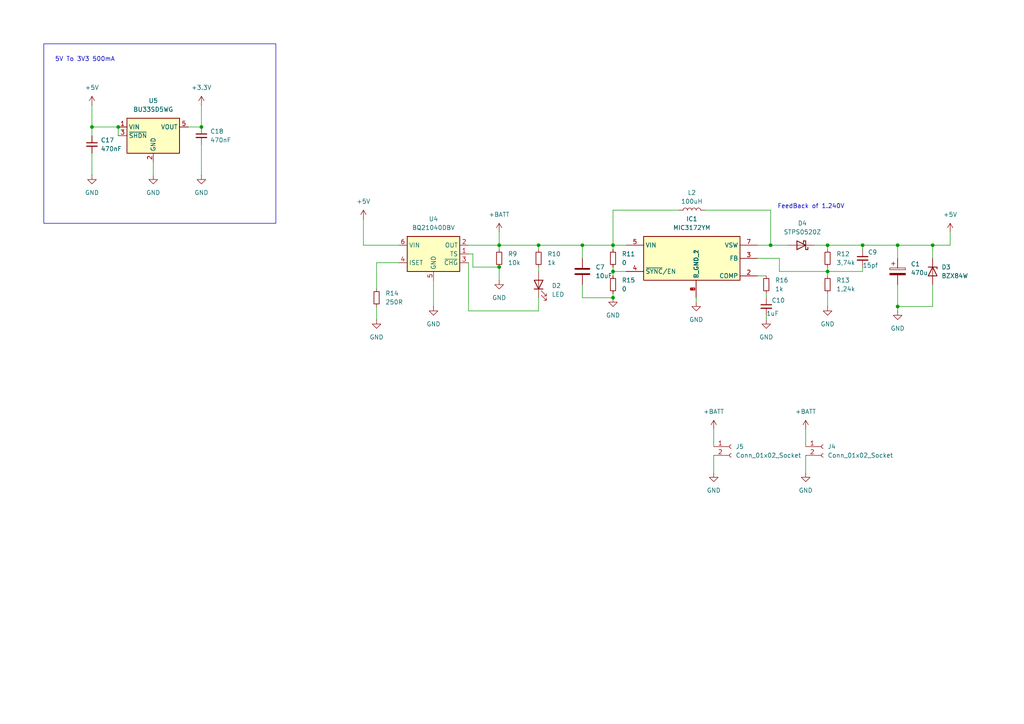
<source format=kicad_sch>
(kicad_sch (version 20250114) (generator "eeschema") (generator_version "9.0")
  (paper "A4")
  (lib_symbols
    (symbol "Battery_Management:BQ21040DBV"
      (property "Reference" "U" (at -7.62 6.35 0))
      (property "Value" "BQ21040DBV" (at 1.27 6.35 0))
      (symbol "BQ21040DBV_0_1"
        (rectangle (start -7.62 5.08) (end 7.62 -5.08) (stroke (width 0.254)) (fill (type background)))
      )
      (symbol "BQ21040DBV_1_1"
        (pin power_in line (at -10.16 2.54 0) (length 2.54) (name "VIN") (number "6"))
        (pin input line (at -10.16 -2.54 0) (length 2.54) (name "ISET") (number "4"))
        (pin power_in line (at 0 -7.62 90) (length 2.54) (name "GND") (number "5"))
        (pin power_out line (at 10.16 2.54 180) (length 2.54) (name "OUT") (number "2"))
        (pin input line (at 10.16 0 180) (length 2.54) (name "TS") (number "1"))
        (pin open_collector line (at 10.16 -2.54 180) (length 2.54) (name "~{CHG}") (number "3"))
      )
    )
    (symbol "Connector:Conn_01x02_Socket" (pin_names (offset 1.016) (hide yes))
      (property "Reference" "J" (at 0 2.54 0))
      (property "Value" "Conn_01x02_Socket" (at 0 -5.08 0))
      (symbol "Conn_01x02_Socket_1_1"
        (polyline (pts (xy -1.27 0) (xy -0.508 0)) (stroke (width 0.1524)))
        (polyline (pts (xy -1.27 -2.54) (xy -0.508 -2.54)) (stroke (width 0.1524)))
        (arc (start 0 -0.508) (mid -0.5058 0) (end 0 0.508) (stroke (width 0.1524)))
        (arc (start 0 -3.048) (mid -0.5058 -2.54) (end 0 -2.032) (stroke (width 0.1524)))
        (pin passive line (at -5.08 0 0) (length 3.81) (name "Pin_1") (number "1"))
        (pin passive line (at -5.08 -2.54 0) (length 3.81) (name "Pin_2") (number "2"))
      )
    )
    (symbol "Device:C" (pin_numbers (hide yes)) (pin_names (offset 0.254))
      (property "Reference" "C" (at 0.635 2.54 0))
      (property "Value" "C" (at 0.635 -2.54 0))
      (symbol "C_0_1"
        (polyline (pts (xy -2.032 0.762) (xy 2.032 0.762)) (stroke (width 0.508)))
        (polyline (pts (xy -2.032 -0.762) (xy 2.032 -0.762)) (stroke (width 0.508)))
      )
      (symbol "C_1_1"
        (pin passive line (at 0 3.81 270) (length 2.794) (name "~") (number "1"))
        (pin passive line (at 0 -3.81 90) (length 2.794) (name "~") (number "2"))
      )
    )
    (symbol "Device:C_Polarized" (pin_numbers (hide yes)) (pin_names (offset 0.254))
      (property "Reference" "C" (at 0.635 2.54 0))
      (property "Value" "C_Polarized" (at 0.635 -2.54 0))
      (symbol "C_Polarized_0_1"
        (rectangle (start -2.286 0.508) (end 2.286 1.016))
        (polyline (pts (xy -1.778 2.286) (xy -0.762 2.286)))
        (polyline (pts (xy -1.27 2.794) (xy -1.27 1.778)))
        (rectangle (start 2.286 -0.508) (end -2.286 -1.016) (fill (type outline)))
      )
      (symbol "C_Polarized_1_1"
        (pin passive line (at 0 3.81 270) (length 2.794) (name "~") (number "1"))
        (pin passive line (at 0 -3.81 90) (length 2.794) (name "~") (number "2"))
      )
    )
    (symbol "Device:C_Small" (pin_numbers (hide yes)) (pin_names (offset 0.254) (hide yes))
      (property "Reference" "C" (at 0.254 1.778 0))
      (property "Value" "C_Small" (at 0.254 -2.032 0))
      (symbol "C_Small_0_1"
        (polyline (pts (xy -1.524 0.508) (xy 1.524 0.508)) (stroke (width 0.3048)))
        (polyline (pts (xy -1.524 -0.508) (xy 1.524 -0.508)) (stroke (width 0.3302)))
      )
      (symbol "C_Small_1_1"
        (pin passive line (at 0 2.54 270) (length 2.032) (name "~") (number "1"))
        (pin passive line (at 0 -2.54 90) (length 2.032) (name "~") (number "2"))
      )
    )
    (symbol "Device:L" (pin_numbers (hide yes)) (pin_names (offset 1.016) (hide yes))
      (property "Reference" "L" (at -1.27 0 90))
      (property "Value" "L" (at 1.905 0 90))
      (symbol "L_0_1"
        (arc (start 0 2.54) (mid 0.6323 1.905) (end 0 1.27))
        (arc (start 0 1.27) (mid 0.6323 0.635) (end 0 0))
        (arc (start 0 0) (mid 0.6323 -0.635) (end 0 -1.27))
        (arc (start 0 -1.27) (mid 0.6323 -1.905) (end 0 -2.54))
      )
      (symbol "L_1_1"
        (pin passive line (at 0 3.81 270) (length 1.27) (name "1") (number "1"))
        (pin passive line (at 0 -3.81 90) (length 1.27) (name "2") (number "2"))
      )
    )
    (symbol "Device:LED" (pin_numbers (hide yes)) (pin_names (offset 1.016) (hide yes))
      (property "Reference" "D" (at 0 2.54 0))
      (property "Value" "LED" (at 0 -2.54 0))
      (symbol "LED_0_1"
        (polyline (pts (xy -3.048 -0.762) (xy -4.572 -2.286) (xy -3.81 -2.286) (xy -4.572 -2.286) (xy -4.572 -1.524)))
        (polyline (pts (xy -1.778 -0.762) (xy -3.302 -2.286) (xy -2.54 -2.286) (xy -3.302 -2.286) (xy -3.302 -1.524)))
        (polyline (pts (xy -1.27 0) (xy 1.27 0)))
        (polyline (pts (xy -1.27 -1.27) (xy -1.27 1.27)) (stroke (width 0.254)))
        (polyline (pts (xy 1.27 -1.27) (xy 1.27 1.27) (xy -1.27 0) (xy 1.27 -1.27)) (stroke (width 0.254)))
      )
      (symbol "LED_1_1"
        (pin passive line (at -3.81 0 0) (length 2.54) (name "K") (number "1"))
        (pin passive line (at 3.81 0 180) (length 2.54) (name "A") (number "2"))
      )
    )
    (symbol "Device:R_Small" (pin_numbers (hide yes)) (pin_names (offset 0.254) (hide yes))
      (property "Reference" "R" (at 0.762 0.508 0))
      (property "Value" "R_Small" (at 0.762 -1.016 0))
      (symbol "R_Small_0_1"
        (rectangle (start -0.762 1.778) (end 0.762 -1.778) (stroke (width 0.2032)))
      )
      (symbol "R_Small_1_1"
        (pin passive line (at 0 2.54 270) (length 0.762) (name "~") (number "1"))
        (pin passive line (at 0 -2.54 90) (length 0.762) (name "~") (number "2"))
      )
    )
    (symbol "Diode:1N5822" (pin_numbers (hide yes)) (pin_names (offset 1.016) (hide yes))
      (property "Reference" "D" (at 0 2.54 0))
      (property "Value" "1N5822" (at 0 -2.54 0))
      (symbol "1N5822_0_1"
        (polyline (pts (xy -1.905 0.635) (xy -1.905 1.27) (xy -1.27 1.27) (xy -1.27 -1.27) (xy -0.635 -1.27) (xy -0.635 -0.635)) (stroke (width 0.254)))
        (polyline (pts (xy 1.27 1.27) (xy 1.27 -1.27) (xy -1.27 0) (xy 1.27 1.27)) (stroke (width 0.254)))
        (polyline (pts (xy 1.27 0) (xy -1.27 0)))
      )
      (symbol "1N5822_1_1"
        (pin passive line (at -3.81 0 0) (length 2.54) (name "K") (number "1"))
        (pin passive line (at 3.81 0 180) (length 2.54) (name "A") (number "2"))
      )
    )
    (symbol "Diode:BZX84Cxx" (pin_numbers (hide yes)) (pin_names (hide yes))
      (property "Reference" "D" (at 0 3.81 0))
      (property "Value" "BZX84Cxx" (at 0 -3.81 0))
      (symbol "BZX84Cxx_0_1"
        (polyline (pts (xy -1.27 -1.27) (xy -1.27 1.27) (xy -0.762 1.27)) (stroke (width 0.254)))
        (polyline (pts (xy 1.27 0) (xy -1.27 0)))
        (polyline (pts (xy 1.27 -1.27) (xy 1.27 1.27) (xy -1.27 0) (xy 1.27 -1.27)) (stroke (width 0.254)))
      )
      (symbol "BZX84Cxx_1_1"
        (pin passive line (at -3.81 0 0) (length 2.54) (name "K") (number "3"))
        (pin no_connect line (at 1.27 0 180) (length 2.54) (hide yes) (name "NC") (number "2"))
        (pin passive line (at 3.81 0 180) (length 2.54) (name "A") (number "1"))
      )
    )
    (symbol "MIC3172YM:MIC3172YM"
      (property "Reference" "IC1" (at 19.05 7.62 0))
      (property "Value" "MIC3172YM" (at 19.05 5.08 0))
      (symbol "MIC3172YM_1_1"
        (rectangle (start 5.08 2.54) (end 33.02 -10.16) (stroke (width 0.254)) (fill (type background)))
        (pin passive line (at 0 0 0) (length 5.08) (name "VIN") (number "5"))
        (pin passive line (at 0 -7.62 0) (length 5.08) (name "~{SYNC}/EN") (number "4"))
        (pin passive line (at 20.32 -15.24 90) (length 5.08) (name "S_GND") (number "1"))
        (pin passive line (at 20.32 -15.24 90) (length 5.08) (name "P_GND_2") (number "6"))
        (pin passive line (at 20.32 -15.24 90) (length 5.08) (name "P_GND_1") (number "8"))
        (pin passive line (at 38.1 0 180) (length 5.08) (name "VSW") (number "7"))
        (pin passive line (at 38.1 -3.81 180) (length 5.08) (name "FB") (number "3"))
        (pin passive line (at 38.1 -8.89 180) (length 5.08) (name "COMP") (number "2"))
      )
    )
    (symbol "Regulator_Linear:MCP1802x-xx02xOT"
      (property "Reference" "U" (at -6.35 6.35 0))
      (property "Value" "MCP1802x-xx02xOT" (at 0 6.35 0))
      (symbol "MCP1802x-xx02xOT_0_1"
        (rectangle (start -7.62 5.08) (end 7.62 -5.08) (stroke (width 0.254)) (fill (type background)))
      )
      (symbol "MCP1802x-xx02xOT_1_1"
        (pin power_in line (at -10.16 2.54 0) (length 2.54) (name "VIN") (number "1"))
        (pin input line (at -10.16 0 0) (length 2.54) (name "~{SHDN}") (number "3"))
        (pin power_in line (at 0 -7.62 90) (length 2.54) (name "GND") (number "2"))
        (pin no_connect line (at 7.62 0 180) (length 2.54) (hide yes) (name "NC") (number "4"))
        (pin power_out line (at 10.16 2.54 180) (length 2.54) (name "VOUT") (number "5"))
      )
    )
    (symbol "power:+3.3V" (power) (pin_numbers (hide yes)) (pin_names (offset 0) (hide yes))
      (property "Value" "+3.3V" (at 0 3.556 0))
      (symbol "+3.3V_0_1"
        (polyline (pts (xy -0.762 1.27) (xy 0 2.54)))
        (polyline (pts (xy 0 2.54) (xy 0.762 1.27)))
        (polyline (pts (xy 0 0) (xy 0 2.54)))
      )
      (symbol "+3.3V_1_1"
        (pin power_in line (at 0 0 90) (length 0) (name "~") (number "1"))
      )
    )
    (symbol "power:+5V" (power) (pin_numbers (hide yes)) (pin_names (offset 0) (hide yes))
      (property "Value" "+5V" (at 0 3.556 0))
      (symbol "+5V_0_1"
        (polyline (pts (xy -0.762 1.27) (xy 0 2.54)))
        (polyline (pts (xy 0 2.54) (xy 0.762 1.27)))
        (polyline (pts (xy 0 0) (xy 0 2.54)))
      )
      (symbol "+5V_1_1"
        (pin power_in line (at 0 0 90) (length 0) (name "~") (number "1"))
      )
    )
    (symbol "power:+BATT" (power) (pin_numbers (hide yes)) (pin_names (offset 0) (hide yes))
      (property "Value" "+BATT" (at 0 3.556 0))
      (symbol "+BATT_0_1"
        (polyline (pts (xy -0.762 1.27) (xy 0 2.54)))
        (polyline (pts (xy 0 2.54) (xy 0.762 1.27)))
        (polyline (pts (xy 0 0) (xy 0 2.54)))
      )
      (symbol "+BATT_1_1"
        (pin power_in line (at 0 0 90) (length 0) (name "~") (number "1"))
      )
    )
    (symbol "power:GND" (power) (pin_numbers (hide yes)) (pin_names (offset 0) (hide yes))
      (property "Value" "GND" (at 0 -3.81 0))
      (symbol "GND_0_1"
        (polyline (pts (xy 0 0) (xy 0 -1.27) (xy 1.27 -1.27) (xy 0 -2.54) (xy -1.27 -1.27) (xy 0 -1.27)))
      )
      (symbol "GND_1_1"
        (pin power_in line (at 0 0 270) (length 0) (name "~") (number "1"))
      )
    )
  )
  (rectangle (start 12.7 12.7) (end 80.01 64.77))
  (text "5V To 3V3 500mA\n" (at 24.638 17.272 0) (effects (font (size 1.27 1.27))))
  (text "FeedBack of 1.240V \n" (at 235.712 59.944 0) (effects (font (size 1.27 1.27))))
  (junction (at 240.03 71.12))
  (junction (at 34.29 36.83))
  (junction (at 177.8 86.36))
  (junction (at 260.35 88.9))
  (junction (at 177.8 71.12))
  (junction (at 177.8 78.74))
  (junction (at 223.52 71.12))
  (junction (at 260.35 71.12))
  (junction (at 270.51 71.12))
  (junction (at 156.21 71.12))
  (junction (at 250.19 71.12))
  (junction (at 144.78 71.12))
  (junction (at 168.91 71.12))
  (junction (at 144.78 77.47))
  (junction (at 26.67 36.83))
  (junction (at 240.03 78.74))
  (junction (at 58.42 36.83))
  (wire (pts (xy 26.67 36.83) (xy 26.67 39.37)))
  (wire (pts (xy 177.8 78.74) (xy 181.61 78.74)))
  (wire (pts (xy 177.8 85.09) (xy 177.8 86.36)))
  (wire (pts (xy 201.93 86.36) (xy 201.93 87.63)))
  (wire (pts (xy 26.67 30.48) (xy 26.67 36.83)))
  (wire (pts (xy 44.45 46.99) (xy 44.45 50.8)))
  (wire (pts (xy 223.52 60.96) (xy 223.52 71.12)))
  (wire (pts (xy 144.78 72.39) (xy 144.78 71.12)))
  (wire (pts (xy 26.67 36.83) (xy 34.29 36.83)))
  (wire (pts (xy 168.91 86.36) (xy 177.8 86.36)))
  (wire (pts (xy 137.16 73.66) (xy 137.16 77.47)))
  (wire (pts (xy 233.68 124.46) (xy 233.68 129.54)))
  (wire (pts (xy 226.06 78.74) (xy 240.03 78.74)))
  (wire (pts (xy 177.8 77.47) (xy 177.8 78.74)))
  (wire (pts (xy 144.78 71.12) (xy 156.21 71.12)))
  (wire (pts (xy 260.35 88.9) (xy 260.35 90.17)))
  (wire (pts (xy 109.22 76.2) (xy 115.57 76.2)))
  (wire (pts (xy 105.41 63.5) (xy 105.41 71.12)))
  (wire (pts (xy 58.42 41.91) (xy 58.42 50.8)))
  (wire (pts (xy 240.03 85.09) (xy 240.03 88.9)))
  (wire (pts (xy 105.41 71.12) (xy 115.57 71.12)))
  (wire (pts (xy 270.51 71.12) (xy 270.51 74.93)))
  (wire (pts (xy 135.89 73.66) (xy 137.16 73.66)))
  (wire (pts (xy 260.35 71.12) (xy 270.51 71.12)))
  (wire (pts (xy 125.73 81.28) (xy 125.73 88.9)))
  (wire (pts (xy 156.21 72.39) (xy 156.21 71.12)))
  (wire (pts (xy 156.21 77.47) (xy 156.21 78.74)))
  (wire (pts (xy 260.35 71.12) (xy 260.35 74.93)))
  (wire (pts (xy 233.68 132.08) (xy 233.68 137.16)))
  (wire (pts (xy 168.91 82.55) (xy 168.91 86.36)))
  (wire (pts (xy 250.19 78.74) (xy 250.19 77.47)))
  (wire (pts (xy 156.21 86.36) (xy 156.21 90.17)))
  (wire (pts (xy 275.59 67.31) (xy 275.59 71.12)))
  (wire (pts (xy 177.8 60.96) (xy 177.8 71.12)))
  (wire (pts (xy 219.71 71.12) (xy 223.52 71.12)))
  (wire (pts (xy 223.52 71.12) (xy 228.6 71.12)))
  (wire (pts (xy 109.22 76.2) (xy 109.22 83.82)))
  (wire (pts (xy 135.89 71.12) (xy 144.78 71.12)))
  (wire (pts (xy 250.19 71.12) (xy 260.35 71.12)))
  (wire (pts (xy 168.91 71.12) (xy 177.8 71.12)))
  (wire (pts (xy 219.71 74.93) (xy 226.06 74.93)))
  (wire (pts (xy 222.25 86.36) (xy 222.25 85.09)))
  (wire (pts (xy 156.21 71.12) (xy 168.91 71.12)))
  (wire (pts (xy 260.35 88.9) (xy 270.51 88.9)))
  (wire (pts (xy 144.78 67.31) (xy 144.78 71.12)))
  (wire (pts (xy 207.01 132.08) (xy 207.01 137.16)))
  (wire (pts (xy 219.71 80.01) (xy 222.25 80.01)))
  (wire (pts (xy 270.51 82.55) (xy 270.51 88.9)))
  (wire (pts (xy 204.47 60.96) (xy 223.52 60.96)))
  (wire (pts (xy 240.03 71.12) (xy 240.03 72.39)))
  (wire (pts (xy 137.16 77.47) (xy 144.78 77.47)))
  (wire (pts (xy 207.01 124.46) (xy 207.01 129.54)))
  (wire (pts (xy 236.22 71.12) (xy 240.03 71.12)))
  (wire (pts (xy 240.03 77.47) (xy 240.03 78.74)))
  (wire (pts (xy 34.29 36.83) (xy 34.29 39.37)))
  (wire (pts (xy 250.19 71.12) (xy 250.19 72.39)))
  (wire (pts (xy 177.8 71.12) (xy 177.8 72.39)))
  (wire (pts (xy 177.8 71.12) (xy 181.61 71.12)))
  (wire (pts (xy 260.35 82.55) (xy 260.35 88.9)))
  (wire (pts (xy 26.67 44.45) (xy 26.67 50.8)))
  (wire (pts (xy 270.51 71.12) (xy 275.59 71.12)))
  (wire (pts (xy 177.8 60.96) (xy 196.85 60.96)))
  (wire (pts (xy 222.25 91.44) (xy 222.25 92.71)))
  (wire (pts (xy 240.03 78.74) (xy 240.03 80.01)))
  (wire (pts (xy 240.03 71.12) (xy 250.19 71.12)))
  (wire (pts (xy 226.06 74.93) (xy 226.06 78.74)))
  (wire (pts (xy 58.42 30.48) (xy 58.42 36.83)))
  (wire (pts (xy 135.89 90.17) (xy 156.21 90.17)))
  (wire (pts (xy 109.22 88.9) (xy 109.22 92.71)))
  (wire (pts (xy 135.89 76.2) (xy 135.89 90.17)))
  (wire (pts (xy 177.8 78.74) (xy 177.8 80.01)))
  (wire (pts (xy 54.61 36.83) (xy 58.42 36.83)))
  (wire (pts (xy 168.91 71.12) (xy 168.91 74.93)))
  (wire (pts (xy 240.03 78.74) (xy 250.19 78.74)))
  (wire (pts (xy 144.78 77.47) (xy 144.78 81.28)))
  (symbol (lib_id "power:GND") (at 144.78 81.28 0) (unit 1)
    (property "Reference" "#PWR051" (effects (hide yes)))
    (property "Value" "GND" (at 144.78 86.36 0))
    (property "Description" "Power symbol creates a global label with name \"GND\" , ground" (effects (hide yes)))
  )
  (symbol (lib_id "power:+5V") (at 275.59 67.31 0) (unit 1)
    (property "Reference" "#PWR043" (effects (hide yes)))
    (property "Value" "+5V" (at 275.59 62.23 0))
    (property "Description" "Power symbol creates a global label with name \"+5V\"" (effects (hide yes)))
  )
  (symbol (lib_id "power:GND") (at 240.03 88.9 0) (unit 1)
    (property "Reference" "#PWR041" (effects (hide yes)))
    (property "Value" "GND" (at 240.03 93.98 0))
    (property "Description" "Power symbol creates a global label with name \"GND\" , ground" (effects (hide yes)))
  )
  (symbol (lib_id "Device:C_Small") (at 222.25 88.9 0) (unit 1)
    (property "Reference" "C10" (at 223.774 87.122 0) (effects (justify left)))
    (property "Value" "1uF" (at 222.25 90.932 0) (effects (justify left)))
    (property "Footprint" "Capacitor_SMD:C_0603_1608Metric" (effects (hide yes)))
    (property "Description" "Unpolarized capacitor, small symbol" (effects (hide yes)))
  )
  (symbol (lib_id "power:GND") (at 125.73 88.9 0) (unit 1)
    (property "Reference" "#PWR036" (effects (hide yes)))
    (property "Value" "GND" (at 125.73 93.98 0))
    (property "Description" "Power symbol creates a global label with name \"GND\" , ground" (effects (hide yes)))
  )
  (symbol (lib_id "Device:R_Small") (at 109.22 86.36 0) (unit 1)
    (property "Reference" "R14" (at 111.76 85.0899 0) (effects (justify left)))
    (property "Value" "250R" (at 111.76 87.6299 0) (effects (justify left)))
    (property "Footprint" "Resistor_SMD:R_0603_1608Metric" (effects (hide yes)))
    (property "Description" "Resistor, small symbol" (effects (hide yes)))
  )
  (symbol (lib_id "power:GND") (at 233.68 137.16 0) (unit 1)
    (property "Reference" "#PWR011" (effects (hide yes)))
    (property "Value" "GND" (at 233.68 142.24 0))
    (property "Description" "Power symbol creates a global label with name \"GND\" , ground" (effects (hide yes)))
  )
  (symbol (lib_id "power:+3.3V") (at 58.42 30.48 0) (unit 1)
    (property "Reference" "#PWR012" (effects (hide yes)))
    (property "Value" "+3.3V" (at 58.42 25.4 0))
    (property "Description" "Power symbol creates a global label with name \"+3.3V\"" (effects (hide yes)))
  )
  (symbol (lib_id "Device:C") (at 168.91 78.74 0) (unit 1)
    (property "Reference" "C7" (at 172.72 77.4699 0) (effects (justify left)))
    (property "Value" "10uF" (at 172.72 80.0099 0) (effects (justify left)))
    (property "Footprint" "Capacitor_SMD:C_0603_1608Metric" (effects (hide yes)))
    (property "Description" "Unpolarized capacitor" (effects (hide yes)))
  )
  (symbol (lib_id "power:GND") (at 177.8 86.36 0) (unit 1)
    (property "Reference" "#PWR046" (effects (hide yes)))
    (property "Value" "GND" (at 177.8 91.44 0))
    (property "Description" "Power symbol creates a global label with name \"GND\" , ground" (effects (hide yes)))
  )
  (symbol (lib_id "Device:LED") (at 156.21 82.55 90) (unit 1)
    (property "Reference" "D2" (at 160.02 82.8674 90) (effects (justify right)))
    (property "Value" "LED" (at 160.02 85.4074 90) (effects (justify right)))
    (property "Footprint" "LED_SMD:LED_0603_1608Metric" (effects (hide yes)))
    (property "Description" "Light emitting diode" (effects (hide yes)))
    (property "Sim.Pins" "1=K 2=A" (effects (hide yes)))
  )
  (symbol (lib_id "power:GND") (at 222.25 92.71 0) (unit 1)
    (property "Reference" "#PWR047" (effects (hide yes)))
    (property "Value" "GND" (at 222.25 97.79 0))
    (property "Description" "Power symbol creates a global label with name \"GND\" , ground" (effects (hide yes)))
  )
  (symbol (lib_id "power:GND") (at 201.93 87.63 0) (unit 1)
    (property "Reference" "#PWR037" (effects (hide yes)))
    (property "Value" "GND" (at 201.93 92.71 0))
    (property "Description" "Power symbol creates a global label with name \"GND\" , ground" (effects (hide yes)))
  )
  (symbol (lib_id "Device:R_Small") (at 222.25 82.55 0) (unit 1)
    (property "Reference" "R16" (at 224.79 81.2799 0) (effects (justify left)))
    (property "Value" "1k" (at 224.79 83.8199 0) (effects (justify left)))
    (property "Footprint" "Resistor_SMD:R_0603_1608Metric" (effects (hide yes)))
    (property "Description" "Resistor, small symbol" (effects (hide yes)))
  )
  (symbol (lib_id "power:+BATT") (at 233.68 124.46 0) (unit 1)
    (property "Reference" "#PWR044" (effects (hide yes)))
    (property "Value" "+BATT" (at 233.68 119.38 0))
    (property "Description" "Power symbol creates a global label with name \"+BATT\"" (effects (hide yes)))
  )
  (symbol (lib_id "power:GND") (at 207.01 137.16 0) (unit 1)
    (property "Reference" "#PWR010" (effects (hide yes)))
    (property "Value" "GND" (at 207.01 142.24 0))
    (property "Description" "Power symbol creates a global label with name \"GND\" , ground" (effects (hide yes)))
  )
  (symbol (lib_id "power:GND") (at 260.35 90.17 0) (unit 1)
    (property "Reference" "#PWR042" (effects (hide yes)))
    (property "Value" "GND" (at 260.35 95.25 0))
    (property "Description" "Power symbol creates a global label with name \"GND\" , ground" (effects (hide yes)))
  )
  (symbol (lib_id "Device:R_Small") (at 156.21 74.93 0) (unit 1)
    (property "Reference" "R10" (at 158.75 73.6599 0) (effects (justify left)))
    (property "Value" "1k" (at 158.75 76.1999 0) (effects (justify left)))
    (property "Footprint" "Resistor_SMD:R_0603_1608Metric" (effects (hide yes)))
    (property "Description" "Resistor, small symbol" (effects (hide yes)))
  )
  (symbol (lib_id "Device:C_Small") (at 58.42 39.37 0) (unit 1)
    (property "Reference" "C18" (at 60.96 38.1062 0) (effects (justify left)))
    (property "Value" "470nF" (at 60.96 40.6462 0) (effects (justify left)))
    (property "Footprint" "Capacitor_SMD:C_0603_1608Metric" (effects (hide yes)))
    (property "Description" "Unpolarized capacitor, small symbol" (effects (hide yes)))
  )
  (symbol (lib_id "Device:R_Small") (at 177.8 74.93 0) (unit 1)
    (property "Reference" "R11" (at 180.34 73.6599 0) (effects (justify left)))
    (property "Value" "0" (at 180.34 76.1999 0) (effects (justify left)))
    (property "Footprint" "Resistor_SMD:R_0603_1608Metric" (effects (hide yes)))
    (property "Description" "Resistor, small symbol" (effects (hide yes)))
  )
  (symbol (lib_id "Diode:BZX84Cxx") (at 270.51 78.74 270) (unit 1)
    (property "Reference" "D3" (at 273.05 77.4699 90) (effects (justify left)))
    (property "Value" "BZX84W" (at 273.05 80.0099 90) (effects (justify left)))
    (property "Footprint" "Package_TO_SOT_SMD:SOT-23" (effects (hide yes)))
    (property "Datasheet" "https://diotec.com/tl_files/diotec/files/pdf/datasheets/bzx84c2v4.pdf" (effects (hide yes)))
    (property "Description" "300mW Zener Diode, SOT-23" (effects (hide yes)))
  )
  (symbol (lib_id "Device:R_Small") (at 240.03 82.55 0) (unit 1)
    (property "Reference" "R13" (at 242.57 81.2799 0) (effects (justify left)))
    (property "Value" "1,24k" (at 242.57 83.8199 0) (effects (justify left)))
    (property "Footprint" "Resistor_SMD:R_0603_1608Metric" (effects (hide yes)))
    (property "Description" "Resistor, small symbol" (effects (hide yes)))
    (property "MPN" "CRCW06031K24FKEAHP " (effects (hide yes)))
  )
  (symbol (lib_id "power:+5V") (at 105.41 63.5 0) (unit 1)
    (property "Reference" "#PWR035" (effects (hide yes)))
    (property "Value" "+5V" (at 105.41 58.42 0))
    (property "Description" "Power symbol creates a global label with name \"+5V\"" (effects (hide yes)))
  )
  (symbol (lib_id "power:GND") (at 44.45 50.8 0) (unit 1)
    (property "Reference" "#PWR048" (effects (hide yes)))
    (property "Value" "GND" (at 44.45 55.88 0))
    (property "Description" "Power symbol creates a global label with name \"GND\" , ground" (effects (hide yes)))
  )
  (symbol (lib_id "Regulator_Linear:MCP1802x-xx02xOT") (at 44.45 39.37 0) (unit 1)
    (property "Reference" "U5" (at 44.45 29.21 0))
    (property "Value" "BU33SD5WG" (at 44.45 31.75 0))
    (property "Footprint" "Package_TO_SOT_SMD:SOT-23-5" (effects (hide yes)))
    (property "Datasheet" "http://ww1.microchip.com/downloads/en/DeviceDoc/22053C.pdf" (effects (hide yes)))
    (property "Description" "150mA, Tiny CMOS LDO With Shutdown, Fixed Voltage, SOT-23-5" (effects (hide yes)))
    (property "MPN" " BU33SD5WG-TR " (effects (hide yes)))
  )
  (symbol (lib_id "power:GND") (at 109.22 92.71 0) (unit 1)
    (property "Reference" "#PWR038" (effects (hide yes)))
    (property "Value" "GND" (at 109.22 97.79 0))
    (property "Description" "Power symbol creates a global label with name \"GND\" , ground" (effects (hide yes)))
  )
  (symbol (lib_id "MIC3172YM:MIC3172YM") (at 181.61 71.12 0) (unit 1)
    (property "Reference" "IC1" (at 200.66 63.5 0))
    (property "Value" "MIC3172YM" (at 200.66 66.04 0))
    (property "Footprint" "MIC3172:SOIC127P599X173-8N" (effects (hide yes)))
    (property "Datasheet" "https://componentsearchengine.com/Datasheets/2/MIC3172YM.pdf" (effects (hide yes)))
    (property "Description" "Micrel MIC3172YM, PWM Current Mode Controller, 1.25 A, 112 kHz, 2.7  40 V, 8-Pin SOIC" (effects (hide yes)))
    (property "Height" "1.73" (effects (hide yes)))
    (property "Manufacturer_Name" "Microchip" (effects (hide yes)))
    (property "MPN" "MIC3172YM" (effects (hide yes)))
    (property "Mouser Part Number" "998-MIC3172YM" (effects (hide yes)))
    (property "Mouser Price/Stock" "https://www.mouser.com/Search/Refine.aspx?Keyword=998-MIC3172YM" (effects (hide yes)))
    (property "Arrow Part Number" "MIC3172YM" (effects (hide yes)))
    (property "Arrow Price/Stock" "https://www.arrow.com/en/products/mic3172ym/microchip-technology" (effects (hide yes)))
  )
  (symbol (lib_id "Device:L") (at 200.66 60.96 90) (unit 1)
    (property "Reference" "L2" (at 200.66 55.88 90))
    (property "Value" "100uH" (at 200.66 58.42 90))
    (property "Footprint" "Inductor_SMD:L_12x12mm_H8mm" (effects (hide yes)))
    (property "Description" "Inductor" (effects (hide yes)))
  )
  (symbol (lib_id "Device:R_Small") (at 177.8 82.55 0) (unit 1)
    (property "Reference" "R15" (at 180.34 81.2799 0) (effects (justify left)))
    (property "Value" "0" (at 180.34 83.8199 0) (effects (justify left)))
    (property "Footprint" "Resistor_SMD:R_0603_1608Metric" (effects (hide yes)))
    (property "Description" "Resistor, small symbol" (effects (hide yes)))
  )
  (symbol (lib_id "Battery_Management:BQ21040DBV") (at 125.73 73.66 0) (unit 1)
    (property "Reference" "U4" (at 125.73 63.5 0))
    (property "Value" "BQ21040DBV" (at 125.73 66.04 0))
    (property "Footprint" "Package_TO_SOT_SMD:SOT-23-6" (effects (hide yes)))
    (property "Datasheet" "https://www.ti.com/lit/ds/symlink/bq21040.pdf" (effects (hide yes)))
    (property "Description" "Single cell, 0.8A Li-Ion/Li-Po linear charge management controller, up to 30V input, 4.2V charge voltage, Open-Drain Status Output, Temperature sense input, SOT-23-6" (effects (hide yes)))
    (property "MPN" " BQ21040DBVR " (effects (hide yes)))
  )
  (symbol (lib_id "Device:R_Small") (at 144.78 74.93 0) (unit 1)
    (property "Reference" "R9" (at 147.32 73.6599 0) (effects (justify left)))
    (property "Value" "10k" (at 147.32 76.1999 0) (effects (justify left)))
    (property "Footprint" "Resistor_SMD:R_0603_1608Metric" (effects (hide yes)))
    (property "Description" "Resistor, small symbol" (effects (hide yes)))
  )
  (symbol (lib_id "power:GND") (at 58.42 50.8 0) (unit 1)
    (property "Reference" "#PWR050" (effects (hide yes)))
    (property "Value" "GND" (at 58.42 55.88 0))
    (property "Description" "Power symbol creates a global label with name \"GND\" , ground" (effects (hide yes)))
  )
  (symbol (lib_id "Device:C_Small") (at 250.19 74.93 0) (unit 1)
    (property "Reference" "C9" (at 251.714 73.152 0) (effects (justify left)))
    (property "Value" "15pf" (at 250.19 76.962 0) (effects (justify left)))
    (property "Footprint" "Capacitor_SMD:C_0603_1608Metric" (effects (hide yes)))
    (property "Description" "Unpolarized capacitor, small symbol" (effects (hide yes)))
  )
  (symbol (lib_id "power:+BATT") (at 144.78 67.31 0) (unit 1)
    (property "Reference" "#PWR039" (effects (hide yes)))
    (property "Value" "+BATT" (at 144.78 62.23 0))
    (property "Description" "Power symbol creates a global label with name \"+BATT\"" (effects (hide yes)))
  )
  (symbol (lib_id "power:GND") (at 26.67 50.8 0) (unit 1)
    (property "Reference" "#PWR018" (effects (hide yes)))
    (property "Value" "GND" (at 26.67 55.88 0))
    (property "Description" "Power symbol creates a global label with name \"GND\" , ground" (effects (hide yes)))
  )
  (symbol (lib_id "Connector:Conn_01x02_Socket") (at 212.09 129.54 0) (unit 1)
    (property "Reference" "J5" (at 213.36 129.5399 0) (effects (justify left)))
    (property "Value" "Conn_01x02_Socket" (at 213.36 132.0799 0) (effects (justify left)))
    (property "Footprint" "Battery:BatteryHolder_MPD_BH-18650-PC2" (effects (hide yes)))
    (property "Description" "Generic connector, single row, 01x02, script generated" (effects (hide yes)))
  )
  (symbol (lib_id "Device:C_Polarized") (at 260.35 78.74 0) (unit 1)
    (property "Reference" "C1" (at 264.16 76.5809 0) (effects (justify left)))
    (property "Value" "470u" (at 264.16 79.1209 0) (effects (justify left)))
    (property "Footprint" "Capacitor_SMD:CP_Elec_8x10" (effects (hide yes)))
    (property "Description" "Polarized capacitor" (effects (hide yes)))
  )
  (symbol (lib_id "Connector:Conn_01x02_Socket") (at 238.76 129.54 0) (unit 1)
    (property "Reference" "J4" (at 240.03 129.5399 0) (effects (justify left)))
    (property "Value" "Conn_01x02_Socket" (at 240.03 132.0799 0) (effects (justify left)))
    (property "Footprint" "Battery:BatteryHolder_MPD_BH-18650-PC2" (effects (hide yes)))
    (property "Description" "Generic connector, single row, 01x02, script generated" (effects (hide yes)))
  )
  (symbol (lib_id "Device:R_Small") (at 240.03 74.93 0) (unit 1)
    (property "Reference" "R12" (at 242.57 73.6599 0) (effects (justify left)))
    (property "Value" "3,74k" (at 242.57 76.1999 0) (effects (justify left)))
    (property "Footprint" "Resistor_SMD:R_0603_1608Metric" (effects (hide yes)))
    (property "Description" "Resistor, small symbol" (effects (hide yes)))
    (property "MPN" "CRCW06033K74DHEAP" (effects (hide yes)))
  )
  (symbol (lib_id "Diode:1N5822") (at 232.41 71.12 180) (unit 1)
    (property "Reference" "D4" (at 232.7275 64.77 0))
    (property "Value" "STPS0520Z" (at 232.7275 67.31 0))
    (property "Footprint" "Diode_SMD:D_SOD-123" (effects (hide yes)))
    (property "Datasheet" "http://www.vishay.com/docs/88526/1n5820.pdf" (effects (hide yes)))
    (property "Description" "40V 3A Schottky Barrier Rectifier Diode, DO-201AD" (effects (hide yes)))
  )
  (symbol (lib_id "power:+5V") (at 26.67 30.48 0) (unit 1)
    (property "Reference" "#PWR017" (effects (hide yes)))
    (property "Value" "+5V" (at 26.67 25.4 0))
    (property "Description" "Power symbol creates a global label with name \"+5V\"" (effects (hide yes)))
  )
  (symbol (lib_id "Device:C_Small") (at 26.67 41.91 0) (unit 1)
    (property "Reference" "C17" (at 29.21 40.6462 0) (effects (justify left)))
    (property "Value" "470nF" (at 29.21 43.1862 0) (effects (justify left)))
    (property "Footprint" "Capacitor_SMD:C_0603_1608Metric" (effects (hide yes)))
    (property "Description" "Unpolarized capacitor, small symbol" (effects (hide yes)))
  )
  (symbol (lib_id "power:+BATT") (at 207.01 124.46 0) (unit 1)
    (property "Reference" "#PWR052" (effects (hide yes)))
    (property "Value" "+BATT" (at 207.01 119.38 0))
    (property "Description" "Power symbol creates a global label with name \"+BATT\"" (effects (hide yes)))
  )
)
</source>
